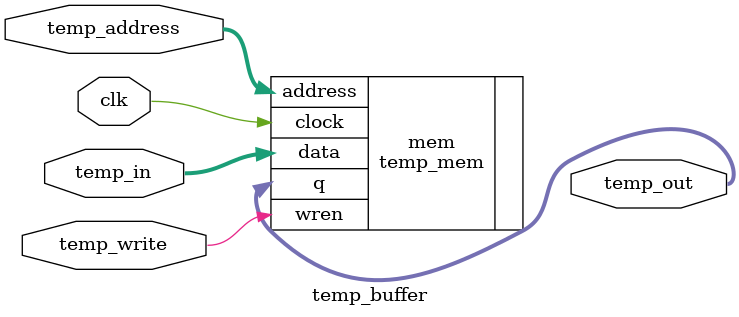
<source format=sv>
module temp_buffer(
  input clk,
 // input rst,
  input temp_write,
//  input temp_read,
  input [35:0] temp_in,
//  input logic [1:0] temp_read_address,
  input logic [1:0] temp_address,
  output logic [35:0] temp_out
);

  //logic [35:0] temp [3:0];
  
  
  temp_mem mem(
    .address(temp_address),
	.clock(clk),
	.data(temp_in),
	.wren(temp_write),
	.q(temp_out)
  );
  
  
  /*always_ff@(posedge clk) begin
    if(rst) begin
	//  for(int i=0;i<4;++i) begin
	  temp[0] <= 36'b0;
	  temp[1] <= 36'b0;
	  temp[2] <= 36'b0;
	  temp[3] <= 36'b0;
	  temp_out <= 36'b0;
	  
	end
	else begin
	  
	    
	//  $display("%h",temp[2'b10]);
	  if(temp_write) begin
	    temp[temp_write_address] <= temp_in;
	  end
	  //else begin
	  //  temp[temp_write_address] <= temp[temp_write_address];
	  //end
	  
	  if(temp_read) begin
	    temp_out <= temp[temp_read_address];
	  end
	  else begin
	    temp_out <= 36'b0;
	  end
    end
  end
*/
endmodule
</source>
